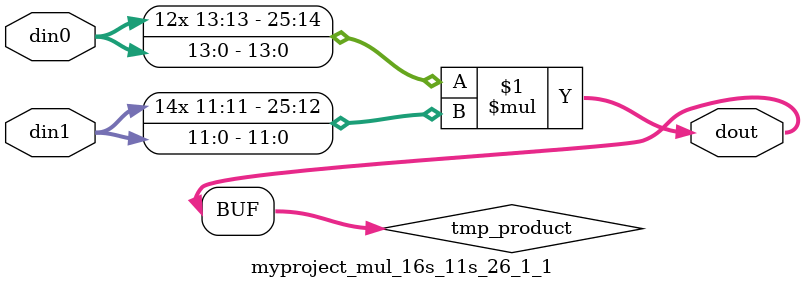
<source format=v>

`timescale 1 ns / 1 ps

  module myproject_mul_16s_11s_26_1_1(din0, din1, dout);
parameter ID = 1;
parameter NUM_STAGE = 0;
parameter din0_WIDTH = 14;
parameter din1_WIDTH = 12;
parameter dout_WIDTH = 26;

input [din0_WIDTH - 1 : 0] din0; 
input [din1_WIDTH - 1 : 0] din1; 
output [dout_WIDTH - 1 : 0] dout;

wire signed [dout_WIDTH - 1 : 0] tmp_product;













assign tmp_product = $signed(din0) * $signed(din1);








assign dout = tmp_product;







endmodule

</source>
